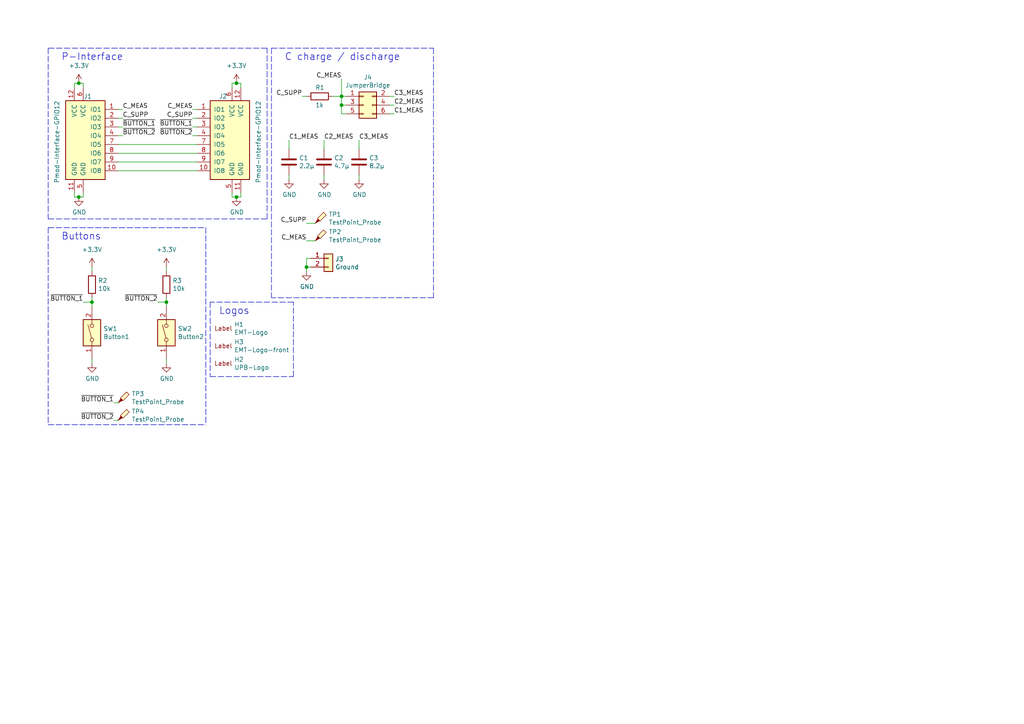
<source format=kicad_sch>
(kicad_sch (version 20211123) (generator eeschema)
  (paper "A4")
  (title_block (title "PMI-CARLOS") (date "2021-04-01") (rev "V1.1") (company "Paderborn University - Measurement Engineering Group"))
  (lib_symbols
    (symbol "Connector:TestPoint_Probe" (pin_numbers hide) (pin_names (offset 0.762) hide)
      (property "Reference" "TP" (at 1.651 5.842 0))
      (property "Value" "TestPoint_Probe" (at 1.651 4.064 0))
      (symbol "TestPoint_Probe_0_1"
        (polyline (pts (xy 1.27 0.762) (xy 0 0) (xy 0.762 1.27) (xy 1.27 0.762)) (fill (type outline)))
        (polyline (pts (xy 1.397 0.635) (xy 0.635 1.397) (xy 2.413 3.175) (xy 3.175 2.413) (xy 1.397 0.635)) (fill (type background)))
      )
      (symbol "TestPoint_Probe_1_1"
        (pin passive line (at 0 0 90) (length 0) (name "1") (number "1"))
      )
    )
    (symbol "Connector_Generic:Conn_01x02" (pin_names (offset 1.016) hide)
      (property "Reference" "J" (at 0 2.54 0))
      (property "Value" "Conn_01x02" (at 0 -5.08 0))
      (symbol "Conn_01x02_1_1"
        (rectangle (start -1.27 -2.413) (end 0 -2.667) (stroke (width 0.1524)))
        (rectangle (start -1.27 0.127) (end 0 -0.127) (stroke (width 0.1524)))
        (rectangle (start -1.27 1.27) (end 1.27 -3.81) (stroke (width 0.254)) (fill (type background)))
        (pin passive line (at -5.08 0 0) (length 3.81) (name "Pin_1") (number "1"))
        (pin passive line (at -5.08 -2.54 0) (length 3.81) (name "Pin_2") (number "2"))
      )
    )
    (symbol "Connector_Generic:Conn_02x03_Odd_Even" (pin_names (offset 1.016) hide)
      (property "Reference" "J" (at 1.27 5.08 0))
      (property "Value" "Conn_02x03_Odd_Even" (at 1.27 -5.08 0))
      (symbol "Conn_02x03_Odd_Even_1_1"
        (rectangle (start -1.27 -2.413) (end 0 -2.667) (stroke (width 0.1524)))
        (rectangle (start -1.27 0.127) (end 0 -0.127) (stroke (width 0.1524)))
        (rectangle (start -1.27 2.667) (end 0 2.413) (stroke (width 0.1524)))
        (rectangle (start -1.27 3.81) (end 3.81 -3.81) (stroke (width 0.254)) (fill (type background)))
        (rectangle (start 3.81 -2.413) (end 2.54 -2.667) (stroke (width 0.1524)))
        (rectangle (start 3.81 0.127) (end 2.54 -0.127) (stroke (width 0.1524)))
        (rectangle (start 3.81 2.667) (end 2.54 2.413) (stroke (width 0.1524)))
        (pin passive line (at -5.08 2.54 0) (length 3.81) (name "Pin_1") (number "1"))
        (pin passive line (at 7.62 2.54 180) (length 3.81) (name "Pin_2") (number "2"))
        (pin passive line (at -5.08 0 0) (length 3.81) (name "Pin_3") (number "3"))
        (pin passive line (at 7.62 0 180) (length 3.81) (name "Pin_4") (number "4"))
        (pin passive line (at -5.08 -2.54 0) (length 3.81) (name "Pin_5") (number "5"))
        (pin passive line (at 7.62 -2.54 180) (length 3.81) (name "Pin_6") (number "6"))
      )
    )
    (symbol "Device:C" (pin_numbers hide) (pin_names (offset 0.254))
      (property "Reference" "C" (at 0.635 2.54 0))
      (property "Value" "C" (at 0.635 -2.54 0))
      (symbol "C_0_1"
        (polyline (pts (xy -2.032 -0.762) (xy 2.032 -0.762)) (stroke (width 0.508)))
        (polyline (pts (xy -2.032 0.762) (xy 2.032 0.762)) (stroke (width 0.508)))
      )
      (symbol "C_1_1"
        (pin passive line (at 0 3.81 270) (length 2.794) (name "~") (number "1"))
        (pin passive line (at 0 -3.81 90) (length 2.794) (name "~") (number "2"))
      )
    )
    (symbol "Device:R" (pin_numbers hide) (pin_names (offset 0))
      (property "Reference" "R" (at 2.032 0 90))
      (property "Value" "R" (at 0 0 90))
      (symbol "R_0_1"
        (rectangle (start -1.016 -2.54) (end 1.016 2.54) (stroke (width 0.254)))
      )
      (symbol "R_1_1"
        (pin passive line (at 0 3.81 270) (length 1.27) (name "~") (number "1"))
        (pin passive line (at 0 -3.81 90) (length 1.27) (name "~") (number "2"))
      )
    )
    (symbol "Mechanical-emt:Silkscreen_Label"
      (property "Reference" "H" (at 0 2.54 0))
      (property "Value" "Silkscreen_Label" (at 0 -2.54 0))
      (symbol "Silkscreen_Label_0_0"
        (text "Label" (at 0 0 0) (effects (font (size 1.27 1.27))))
      )
    )
    (symbol "Pmod-Interface-emt:Pmod-Interface-GPIO12" (pin_names (offset 1.016))
      (property "Reference" "J" (at 2.54 12.7 0))
      (property "Value" "Pmod-Interface-GPIO12" (at 12.7 -12.7 0))
      (symbol "Pmod-Interface-GPIO12_1_1"
        (rectangle (start 6.35 -11.43) (end -5.08 11.43) (stroke (width 0.254)) (fill (type background)))
        (pin bidirectional line (at 10.16 8.89 180) (length 3.81) (name "IO1") (number "1"))
        (pin bidirectional line (at 10.16 -8.89 180) (length 3.81) (name "IO8") (number "10"))
        (pin bidirectional line (at -2.54 -15.24 90) (length 3.81) (name "GND") (number "11"))
        (pin bidirectional line (at -2.54 15.24 270) (length 3.81) (name "VCC") (number "12"))
        (pin bidirectional line (at 10.16 6.35 180) (length 3.81) (name "IO2") (number "2"))
        (pin bidirectional line (at 10.16 3.81 180) (length 3.81) (name "IO3") (number "3"))
        (pin bidirectional line (at 10.16 1.27 180) (length 3.81) (name "IO4") (number "4"))
        (pin power_in line (at 0 -15.24 90) (length 3.81) (name "GND") (number "5"))
        (pin passive line (at 0 15.24 270) (length 3.81) (name "VCC") (number "6"))
        (pin bidirectional line (at 10.16 -1.27 180) (length 3.81) (name "IO5") (number "7"))
        (pin bidirectional line (at 10.16 -3.81 180) (length 3.81) (name "IO6") (number "8"))
        (pin bidirectional line (at 10.16 -6.35 180) (length 3.81) (name "IO7") (number "9"))
      )
    )
    (symbol "Switch:SW_DIP_x01" (pin_names (offset 0) hide)
      (property "Reference" "SW" (at 0 3.81 0))
      (property "Value" "SW_DIP_x01" (at 0 -3.81 0))
      (symbol "SW_DIP_x01_0_0"
        (circle (center -2.032 0) (radius 0.508))
        (polyline (pts (xy -1.524 0.127) (xy 2.3622 1.1684)))
        (circle (center 2.032 0) (radius 0.508))
      )
      (symbol "SW_DIP_x01_0_1"
        (rectangle (start -3.81 2.54) (end 3.81 -2.54) (stroke (width 0.254)) (fill (type background)))
      )
      (symbol "SW_DIP_x01_1_1"
        (pin passive line (at -7.62 0 0) (length 5.08) (name "~") (number "1"))
        (pin passive line (at 7.62 0 180) (length 5.08) (name "~") (number "2"))
      )
    )
    (symbol "power:+3.3V" (power) (pin_names (offset 0))
      (property "Value" "+3.3V" (at 0 3.556 0))
      (symbol "+3.3V_0_1"
        (polyline (pts (xy -0.762 1.27) (xy 0 2.54)))
        (polyline (pts (xy 0 0) (xy 0 2.54)))
        (polyline (pts (xy 0 2.54) (xy 0.762 1.27)))
      )
      (symbol "+3.3V_1_1"
        (pin power_in line (at 0 0 90) (length 0) hide (name "+3.3V") (number "1"))
      )
    )
    (symbol "power:GND" (power) (pin_names (offset 0))
      (property "Value" "GND" (at 0 -3.81 0))
      (symbol "GND_0_1"
        (polyline (pts (xy 0 0) (xy 0 -1.27) (xy 1.27 -1.27) (xy 0 -2.54) (xy -1.27 -1.27) (xy 0 -1.27)))
      )
      (symbol "GND_1_1"
        (pin power_in line (at 0 0 270) (length 0) hide (name "GND") (number "1"))
      )
    )
  )
  (junction (at 26.67 87.63))
  (junction (at 99.06 30.48))
  (junction (at 48.26 87.63))
  (junction (at 99.06 27.94))
  (junction (at 88.9 77.47))
  (junction (at 22.86 24.13))
  (junction (at 68.58 24.13))
  (junction (at 22.86 57.15))
  (junction (at 68.58 57.15))
  (wire (pts (xy 69.85 57.15) (xy 68.58 57.15)))
  (wire (pts (xy 93.98 40.64) (xy 93.98 43.18)))
  (wire (pts (xy 24.13 87.63) (xy 26.67 87.63)))
  (wire (pts (xy 88.9 77.47) (xy 88.9 78.74)))
  (wire (pts (xy 114.3 33.02) (xy 113.03 33.02)))
  (polyline (pts (xy 59.69 66.04) (xy 59.69 123.19)))
  (wire (pts (xy 35.56 36.83) (xy 34.29 36.83)))
  (wire (pts (xy 34.29 46.99) (xy 57.15 46.99)))
  (wire (pts (xy 34.29 39.37) (xy 35.56 39.37)))
  (wire (pts (xy 34.29 44.45) (xy 57.15 44.45)))
  (wire (pts (xy 34.29 121.92) (xy 33.02 121.92)))
  (polyline (pts (xy 125.73 13.97) (xy 125.73 86.36)))
  (wire (pts (xy 24.13 57.15) (xy 24.13 55.88)))
  (wire (pts (xy 55.88 34.29) (xy 57.15 34.29)))
  (wire (pts (xy 90.17 74.93) (xy 88.9 74.93)))
  (wire (pts (xy 68.58 24.13) (xy 69.85 24.13)))
  (polyline (pts (xy 85.09 87.63) (xy 60.96 87.63)))
  (wire (pts (xy 83.82 50.8) (xy 83.82 52.07)))
  (wire (pts (xy 67.31 57.15) (xy 68.58 57.15)))
  (wire (pts (xy 26.67 104.14) (xy 26.67 105.41)))
  (wire (pts (xy 21.59 55.88) (xy 21.59 57.15)))
  (polyline (pts (xy 77.47 63.5) (xy 77.47 13.97)))
  (wire (pts (xy 93.98 50.8) (xy 93.98 52.07)))
  (wire (pts (xy 83.82 40.64) (xy 83.82 43.18)))
  (wire (pts (xy 22.86 57.15) (xy 24.13 57.15)))
  (polyline (pts (xy 77.47 13.97) (xy 13.97 13.97)))
  (wire (pts (xy 99.06 33.02) (xy 100.33 33.02)))
  (wire (pts (xy 22.86 24.13) (xy 24.13 24.13)))
  (polyline (pts (xy 60.96 109.22) (xy 85.09 109.22)))
  (wire (pts (xy 21.59 24.13) (xy 22.86 24.13)))
  (polyline (pts (xy 85.09 109.22) (xy 85.09 87.63)))
  (wire (pts (xy 33.02 116.84) (xy 34.29 116.84)))
  (wire (pts (xy 88.9 69.85) (xy 91.44 69.85)))
  (wire (pts (xy 48.26 78.74) (xy 48.26 77.47)))
  (wire (pts (xy 99.06 30.48) (xy 100.33 30.48)))
  (wire (pts (xy 55.88 36.83) (xy 57.15 36.83)))
  (wire (pts (xy 35.56 34.29) (xy 34.29 34.29)))
  (wire (pts (xy 104.14 50.8) (xy 104.14 52.07)))
  (wire (pts (xy 26.67 87.63) (xy 26.67 88.9)))
  (polyline (pts (xy 78.74 13.97) (xy 78.74 86.36)))
  (polyline (pts (xy 13.97 66.04) (xy 13.97 123.19)))
  (wire (pts (xy 96.52 27.94) (xy 99.06 27.94)))
  (wire (pts (xy 88.9 77.47) (xy 90.17 77.47)))
  (wire (pts (xy 48.26 88.9) (xy 48.26 87.63)))
  (wire (pts (xy 67.31 24.13) (xy 68.58 24.13)))
  (wire (pts (xy 114.3 30.48) (xy 113.03 30.48)))
  (wire (pts (xy 99.06 27.94) (xy 99.06 30.48)))
  (wire (pts (xy 48.26 87.63) (xy 48.26 86.36)))
  (wire (pts (xy 67.31 55.88) (xy 67.31 57.15)))
  (wire (pts (xy 99.06 22.86) (xy 99.06 27.94)))
  (wire (pts (xy 34.29 49.53) (xy 57.15 49.53)))
  (wire (pts (xy 48.26 104.14) (xy 48.26 105.41)))
  (wire (pts (xy 67.31 25.4) (xy 67.31 24.13)))
  (wire (pts (xy 99.06 27.94) (xy 100.33 27.94)))
  (wire (pts (xy 88.9 74.93) (xy 88.9 77.47)))
  (wire (pts (xy 24.13 24.13) (xy 24.13 25.4)))
  (wire (pts (xy 104.14 40.64) (xy 104.14 43.18)))
  (wire (pts (xy 69.85 24.13) (xy 69.85 25.4)))
  (wire (pts (xy 26.67 86.36) (xy 26.67 87.63)))
  (wire (pts (xy 99.06 30.48) (xy 99.06 33.02)))
  (polyline (pts (xy 13.97 63.5) (xy 77.47 63.5)))
  (wire (pts (xy 69.85 57.15) (xy 69.85 55.88)))
  (polyline (pts (xy 78.74 13.97) (xy 125.73 13.97)))
  (wire (pts (xy 21.59 57.15) (xy 22.86 57.15)))
  (wire (pts (xy 55.88 39.37) (xy 57.15 39.37)))
  (wire (pts (xy 55.88 31.75) (xy 57.15 31.75)))
  (wire (pts (xy 35.56 31.75) (xy 34.29 31.75)))
  (polyline (pts (xy 125.73 86.36) (xy 78.74 86.36)))
  (wire (pts (xy 21.59 25.4) (xy 21.59 24.13)))
  (polyline (pts (xy 13.97 13.97) (xy 13.97 63.5)))
  (wire (pts (xy 26.67 77.47) (xy 26.67 78.74)))
  (wire (pts (xy 88.9 27.94) (xy 87.63 27.94)))
  (wire (pts (xy 114.3 27.94) (xy 113.03 27.94)))
  (polyline (pts (xy 13.97 123.19) (xy 59.69 123.19)))
  (wire (pts (xy 45.72 87.63) (xy 48.26 87.63)))
  (polyline (pts (xy 13.97 66.04) (xy 59.69 66.04)))
  (wire (pts (xy 88.9 64.77) (xy 91.44 64.77)))
  (wire (pts (xy 34.29 41.91) (xy 57.15 41.91)))
  (polyline (pts (xy 60.96 87.63) (xy 60.96 109.22)))
  (text "Logos" (at 63.5 91.44 0) (effects (font (size 2.0066 2.0066)) (justify left bottom)))
  (text "Buttons" (at 17.78 69.85 0) (effects (font (size 2.0066 2.0066)) (justify left bottom)))
  (text "C charge / discharge" (at 82.55 17.78 0) (effects (font (size 2.0066 2.0066)) (justify left bottom)))
  (text "P-Interface" (at 17.78 17.78 0) (effects (font (size 2.0066 2.0066)) (justify left bottom)))
  (label "C_MEAS" (at 35.56 31.75 0))
  (label "C_SUPP" (at 55.88 34.29 180))
  (label "C_MEAS" (at 55.88 31.75 180))
  (label "C1_MEAS" (at 83.82 40.64 0))
  (label "C_MEAS" (at 99.06 22.86 180))
  (label "C3_MEAS" (at 114.3 27.94 0))
  (label "~{BUTTON_2}" (at 35.56 39.37 0))
  (label "C2_MEAS" (at 114.3 30.48 0))
  (label "C_MEAS" (at 88.9 69.85 180))
  (label "~{BUTTON_2}" (at 45.72 87.63 180))
  (label "~{BUTTON_2}" (at 33.02 121.92 180))
  (label "C2_MEAS" (at 93.98 40.64 0))
  (label "C_SUPP" (at 88.9 64.77 180))
  (label "~{BUTTON_1}" (at 55.88 36.83 180))
  (label "C_SUPP" (at 35.56 34.29 0))
  (label "~{BUTTON_1}" (at 35.56 36.83 0))
  (label "~{BUTTON_2}" (at 55.88 39.37 180))
  (label "C_SUPP" (at 87.63 27.94 180))
  (label "~{BUTTON_1}" (at 33.02 116.84 180))
  (label "C1_MEAS" (at 114.3 33.02 0))
  (label "~{BUTTON_1}" (at 24.13 87.63 180))
  (label "C3_MEAS" (at 104.14 40.64 0))
  (symbol (lib_id "Pmod-Interface-emt:Pmod-Interface-GPIO12") (at 24.13 40.64 0) (unit 1)
    (property "Reference" "J1" (at 26.67 27.94 0) (effects (justify right)))
    (property "Value" "Pmod-Interface-GPIO12" (at 16.51 29.21 90) (effects (justify right)))
    (property "Footprint" "Pmod_Interface-emt:Pmod_Interface_Male12" (effects hide))
  )
  (symbol (lib_id "Pmod-Interface-emt:Pmod-Interface-GPIO12") (at 67.31 40.64 0) (mirror y) (unit 1)
    (property "Reference" "J2" (at 63.5 27.94 0) (effects (justify right)))
    (property "Value" "Pmod-Interface-GPIO12" (at 74.93 29.21 90) (effects (justify right)))
    (property "Footprint" "Pmod_Interface-emt:Pmod_Interface_Female12" (effects hide))
  )
  (symbol (lib_id "power:GND") (at 22.86 57.15 0) (unit 1)
    (property "Reference" "#PWR0101" (effects hide))
    (property "Value" "GND" (at 22.987 61.5442 0))
  )
  (symbol (lib_id "power:GND") (at 68.58 57.15 0) (unit 1)
    (property "Reference" "#PWR0102" (effects hide))
    (property "Value" "GND" (at 68.707 61.5442 0))
  )
  (symbol (lib_id "Device:C") (at 83.82 46.99 0) (unit 1)
    (property "Reference" "C1" (at 86.741 45.8216 0) (effects (justify left)))
    (property "Value" "2.2µ" (at 86.741 48.133 0) (effects (justify left)))
    (property "Footprint" "Capacitor_SMD:C_0805_2012Metric" (effects hide))
  )
  (symbol (lib_id "Device:R") (at 92.71 27.94 270) (unit 1)
    (property "Reference" "R1" (at 91.44 25.4 90) (effects (justify left)))
    (property "Value" "1k" (at 91.44 30.48 90) (effects (justify left)))
    (property "Footprint" "Resistor_SMD:R_0603_1608Metric" (effects hide))
  )
  (symbol (lib_id "Device:C") (at 93.98 46.99 0) (unit 1)
    (property "Reference" "C2" (at 96.901 45.8216 0) (effects (justify left)))
    (property "Value" "4.7µ" (at 96.901 48.133 0) (effects (justify left)))
    (property "Footprint" "Capacitor_SMD:C_0805_2012Metric" (effects hide))
  )
  (symbol (lib_id "Device:C") (at 104.14 46.99 0) (unit 1)
    (property "Reference" "C3" (at 107.061 45.8216 0) (effects (justify left)))
    (property "Value" "8.2µ" (at 107.061 48.133 0) (effects (justify left)))
    (property "Footprint" "Capacitor_SMD:C_0805_2012Metric" (effects hide))
  )
  (symbol (lib_id "power:GND") (at 26.67 105.41 0) (unit 1)
    (property "Reference" "#PWR03" (effects hide))
    (property "Value" "GND" (at 26.797 109.8042 0))
  )
  (symbol (lib_id "power:GND") (at 48.26 105.41 0) (unit 1)
    (property "Reference" "#PWR05" (effects hide))
    (property "Value" "GND" (at 48.387 109.8042 0))
  )
  (symbol (lib_id "Connector:TestPoint_Probe") (at 34.29 116.84 0) (unit 1)
    (property "Reference" "TP3" (at 38.1762 114.2492 0) (effects (justify left)))
    (property "Value" "TestPoint_Probe" (at 38.1762 116.5606 0) (effects (justify left)))
    (property "Footprint" "TestPoint:TestPoint_THTPad_2.5x2.5mm_Drill1.2mm" (effects hide))
  )
  (symbol (lib_id "Connector:TestPoint_Probe") (at 34.29 121.92 0) (unit 1)
    (property "Reference" "TP4" (at 38.1762 119.3292 0) (effects (justify left)))
    (property "Value" "TestPoint_Probe" (at 38.1762 121.6406 0) (effects (justify left)))
    (property "Footprint" "TestPoint:TestPoint_THTPad_2.5x2.5mm_Drill1.2mm" (effects hide))
  )
  (symbol (lib_id "Mechanical-emt:Silkscreen_Label") (at 64.77 95.25 0) (unit 1)
    (property "Reference" "H1" (at 67.945 94.107 0) (effects (justify left)))
    (property "Value" "EMT-Logo" (at 67.945 96.4184 0) (effects (justify left)))
    (property "Footprint" "Symbol-emt:EMT-Logo_8.2x4.1mm_Silkscreen" (effects hide))
  )
  (symbol (lib_id "Switch:SW_DIP_x01") (at 26.67 96.52 90) (unit 1)
    (property "Reference" "SW1" (at 29.972 95.3516 90) (effects (justify right)))
    (property "Value" "Button1" (at 29.972 97.663 90) (effects (justify right)))
    (property "Footprint" "Button_Switch-emt:SW_SPST_SCHURTER_1301.93XX" (effects hide))
    (property "Datasheet" "https://ch.schurter.com/bundles/snceschurter/epim/_ProdPool_/newDS/en/typ_6x6_mm_tact_switches.pdf" (effects hide))
    (property "Reichelt Part No" "TASTER 9315" (effects hide))
    (property "Mouser Part No " "693-1301.9315" (effects hide))
    (property "Manufacturer" "Schurter" (effects hide))
    (property " Manufacturer Part No " "1301.9315" (effects hide))
  )
  (symbol (lib_id "Mechanical-emt:Silkscreen_Label") (at 64.77 105.41 0) (unit 1)
    (property "Reference" "H2" (at 67.945 104.267 0) (effects (justify left)))
    (property "Value" "UPB-Logo" (at 67.945 106.5784 0) (effects (justify left)))
    (property "Footprint" "Symbol-emt:UPB-Logo_En_12.3X4.3mm" (effects hide))
  )
  (symbol (lib_id "Mechanical-emt:Silkscreen_Label") (at 64.77 100.33 0) (unit 1)
    (property "Reference" "H3" (at 67.945 99.187 0) (effects (justify left)))
    (property "Value" "EMT-Logo-front" (at 67.945 101.4984 0) (effects (justify left)))
    (property "Footprint" "Symbol-emt:EMT-Logo_5.1x2.5mm_Silkscreen" (effects hide))
  )
  (symbol (lib_id "power:GND") (at 83.82 52.07 0) (unit 1)
    (property "Reference" "#PWR0105" (effects hide))
    (property "Value" "GND" (at 83.947 56.4642 0))
  )
  (symbol (lib_id "power:GND") (at 93.98 52.07 0) (unit 1)
    (property "Reference" "#PWR0106" (effects hide))
    (property "Value" "GND" (at 94.107 56.4642 0))
  )
  (symbol (lib_id "power:GND") (at 104.14 52.07 0) (unit 1)
    (property "Reference" "#PWR0107" (effects hide))
    (property "Value" "GND" (at 104.267 56.4642 0))
  )
  (symbol (lib_id "Switch:SW_DIP_x01") (at 48.26 96.52 90) (unit 1)
    (property "Reference" "SW2" (at 51.562 95.3516 90) (effects (justify right)))
    (property "Value" "Button2" (at 51.562 97.663 90) (effects (justify right)))
    (property "Footprint" "Button_Switch-emt:SW_SPST_SCHURTER_1301.93XX" (effects hide))
    (property "Datasheet" "https://ch.schurter.com/bundles/snceschurter/epim/_ProdPool_/newDS/en/typ_6x6_mm_tact_switches.pdf" (effects hide))
    (property "Reichelt Part No" "TASTER 9315" (effects hide))
    (property "Mouser Part No " "693-1301.9315" (effects hide))
    (property "Manufacturer" "Schurter" (effects hide))
    (property " Manufacturer Part No " "1301.9315" (effects hide))
  )
  (symbol (lib_id "Connector:TestPoint_Probe") (at 91.44 69.85 0) (unit 1)
    (property "Reference" "TP2" (at 95.3262 67.2592 0) (effects (justify left)))
    (property "Value" "TestPoint_Probe" (at 95.3262 69.5706 0) (effects (justify left)))
    (property "Footprint" "TestPoint:TestPoint_THTPad_2.5x2.5mm_Drill1.2mm" (effects hide))
  )
  (symbol (lib_id "Connector:TestPoint_Probe") (at 91.44 64.77 0) (unit 1)
    (property "Reference" "TP1" (at 95.3262 62.1792 0) (effects (justify left)))
    (property "Value" "TestPoint_Probe" (at 95.3262 64.4906 0) (effects (justify left)))
    (property "Footprint" "TestPoint:TestPoint_THTPad_2.5x2.5mm_Drill1.2mm" (effects hide))
  )
  (symbol (lib_id "Connector_Generic:Conn_01x02") (at 95.25 74.93 0) (unit 1)
    (property "Reference" "J3" (at 97.2566 75.1332 0) (effects (justify left)))
    (property "Value" "Ground" (at 97.2566 77.4446 0) (effects (justify left)))
    (property "Footprint" "Connector_PinHeader_2.54mm:PinHeader_1x02_P2.54mm_Vertical" (effects hide))
  )
  (symbol (lib_id "power:GND") (at 88.9 78.74 0) (unit 1)
    (property "Reference" "#PWR01" (effects hide))
    (property "Value" "GND" (at 89.027 83.1342 0))
  )
  (symbol (lib_id "Device:R") (at 26.67 82.55 0) (unit 1)
    (property "Reference" "R2" (at 28.448 81.3816 0) (effects (justify left)))
    (property "Value" "10k" (at 28.448 83.693 0) (effects (justify left)))
    (property "Footprint" "Resistor_SMD:R_0603_1608Metric" (effects hide))
  )
  (symbol (lib_id "Device:R") (at 48.26 82.55 0) (unit 1)
    (property "Reference" "R3" (at 50.038 81.3816 0) (effects (justify left)))
    (property "Value" "10k" (at 50.038 83.693 0) (effects (justify left)))
    (property "Footprint" "Resistor_SMD:R_0603_1608Metric" (effects hide))
  )
  (symbol (lib_id "Connector_Generic:Conn_02x03_Odd_Even") (at 105.41 30.48 0) (unit 1)
    (property "Reference" "J4" (at 106.68 22.4282 0))
    (property "Value" "JumperBridge" (at 106.68 24.7396 0))
    (property "Footprint" "Connector_PinHeader_2.54mm:PinHeader_2x03_P2.54mm_Vertical" (effects hide))
  )
  (symbol (lib_id "power:+3.3V") (at 48.26 77.47 0) (unit 1)
    (property "Reference" "#PWR?" (effects hide))
    (property "Value" "+3.3V" (at 48.26 72.39 0))
  )
  (symbol (lib_id "power:+3.3V") (at 26.67 77.47 0) (unit 1)
    (property "Reference" "#PWR?" (effects hide))
    (property "Value" "+3.3V" (at 26.67 72.39 0))
  )
  (symbol (lib_id "power:+3.3V") (at 68.58 24.13 0) (unit 1)
    (property "Reference" "#PWR?" (effects hide))
    (property "Value" "+3.3V" (at 68.58 19.05 0))
  )
  (symbol (lib_id "power:+3.3V") (at 22.86 24.13 0) (unit 1)
    (property "Reference" "#PWR?" (effects hide))
    (property "Value" "+3.3V" (at 22.86 19.05 0))
  )
)
</source>
